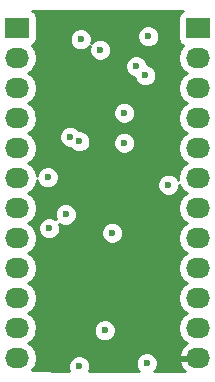
<source format=gbr>
G04 #@! TF.FileFunction,Copper,L3,Inr,Signal*
%FSLAX46Y46*%
G04 Gerber Fmt 4.6, Leading zero omitted, Abs format (unit mm)*
G04 Created by KiCad (PCBNEW 4.0.2-stable) date 8/15/2016 9:27:46 PM*
%MOMM*%
G01*
G04 APERTURE LIST*
%ADD10C,0.100000*%
%ADD11R,2.032000X1.727200*%
%ADD12O,2.032000X1.727200*%
%ADD13C,0.600000*%
%ADD14C,0.254000*%
G04 APERTURE END LIST*
D10*
D11*
X27000000Y-20000000D03*
D12*
X27000000Y-22540000D03*
X27000000Y-25080000D03*
X27000000Y-27620000D03*
X27000000Y-30160000D03*
X27000000Y-32700000D03*
X27000000Y-35240000D03*
X27000000Y-37780000D03*
X27000000Y-40320000D03*
X27000000Y-42860000D03*
X27000000Y-45400000D03*
X27000000Y-47940000D03*
D11*
X42300000Y-20000000D03*
D12*
X42300000Y-22540000D03*
X42300000Y-25080000D03*
X42300000Y-27620000D03*
X42300000Y-30160000D03*
X42300000Y-32700000D03*
X42300000Y-35240000D03*
X42300000Y-37780000D03*
X42300000Y-40320000D03*
X42300000Y-42860000D03*
X42300000Y-45400000D03*
X42300000Y-47940000D03*
D13*
X39808011Y-33274000D03*
X29591000Y-32639000D03*
X29718000Y-36957000D03*
X37084000Y-23241000D03*
X34036000Y-21844000D03*
X32385000Y-20955000D03*
X36066000Y-29718000D03*
X36066000Y-27178000D03*
X32258000Y-48639000D03*
X37970000Y-48387000D03*
X34417000Y-45593000D03*
X29083000Y-35560000D03*
X34417000Y-25731000D03*
X32258000Y-41276080D03*
X38100000Y-20701000D03*
X32258000Y-29591000D03*
X31496000Y-29210000D03*
X31106204Y-35788039D03*
X37846000Y-24003000D03*
X35052000Y-37338000D03*
D14*
G36*
X40832559Y-18672310D02*
X40687569Y-18884510D01*
X40636560Y-19136400D01*
X40636560Y-20863600D01*
X40680838Y-21098917D01*
X40819910Y-21315041D01*
X41032110Y-21460031D01*
X41073439Y-21468400D01*
X41055585Y-21480330D01*
X40730729Y-21966511D01*
X40616655Y-22540000D01*
X40730729Y-23113489D01*
X41055585Y-23599670D01*
X41370366Y-23810000D01*
X41055585Y-24020330D01*
X40730729Y-24506511D01*
X40616655Y-25080000D01*
X40730729Y-25653489D01*
X41055585Y-26139670D01*
X41370366Y-26350000D01*
X41055585Y-26560330D01*
X40730729Y-27046511D01*
X40616655Y-27620000D01*
X40730729Y-28193489D01*
X41055585Y-28679670D01*
X41370366Y-28890000D01*
X41055585Y-29100330D01*
X40730729Y-29586511D01*
X40616655Y-30160000D01*
X40730729Y-30733489D01*
X41055585Y-31219670D01*
X41370366Y-31430000D01*
X41055585Y-31640330D01*
X40730729Y-32126511D01*
X40616655Y-32700000D01*
X40648351Y-32859345D01*
X40601128Y-32745057D01*
X40338338Y-32481808D01*
X39994810Y-32339162D01*
X39622844Y-32338838D01*
X39279068Y-32480883D01*
X39015819Y-32743673D01*
X38873173Y-33087201D01*
X38872849Y-33459167D01*
X39014894Y-33802943D01*
X39277684Y-34066192D01*
X39621212Y-34208838D01*
X39993178Y-34209162D01*
X40336954Y-34067117D01*
X40600203Y-33804327D01*
X40742849Y-33460799D01*
X40742996Y-33291848D01*
X41055585Y-33759670D01*
X41370366Y-33970000D01*
X41055585Y-34180330D01*
X40730729Y-34666511D01*
X40616655Y-35240000D01*
X40730729Y-35813489D01*
X41055585Y-36299670D01*
X41370366Y-36510000D01*
X41055585Y-36720330D01*
X40730729Y-37206511D01*
X40616655Y-37780000D01*
X40730729Y-38353489D01*
X41055585Y-38839670D01*
X41370366Y-39050000D01*
X41055585Y-39260330D01*
X40730729Y-39746511D01*
X40616655Y-40320000D01*
X40730729Y-40893489D01*
X41055585Y-41379670D01*
X41370366Y-41590000D01*
X41055585Y-41800330D01*
X40730729Y-42286511D01*
X40616655Y-42860000D01*
X40730729Y-43433489D01*
X41055585Y-43919670D01*
X41370366Y-44130000D01*
X41055585Y-44340330D01*
X40730729Y-44826511D01*
X40616655Y-45400000D01*
X40730729Y-45973489D01*
X41055585Y-46459670D01*
X41365069Y-46666461D01*
X40949268Y-47037964D01*
X40695291Y-47565209D01*
X40692642Y-47580974D01*
X40813783Y-47813000D01*
X42173000Y-47813000D01*
X42173000Y-47793000D01*
X42427000Y-47793000D01*
X42427000Y-47813000D01*
X42447000Y-47813000D01*
X42447000Y-48067000D01*
X42427000Y-48067000D01*
X42427000Y-48087000D01*
X42173000Y-48087000D01*
X42173000Y-48067000D01*
X40813783Y-48067000D01*
X40692642Y-48299026D01*
X40695291Y-48314791D01*
X40949268Y-48842036D01*
X41208891Y-49074000D01*
X38605245Y-49074000D01*
X38762192Y-48917327D01*
X38904838Y-48573799D01*
X38905162Y-48201833D01*
X38763117Y-47858057D01*
X38500327Y-47594808D01*
X38156799Y-47452162D01*
X37784833Y-47451838D01*
X37441057Y-47593883D01*
X37177808Y-47856673D01*
X37035162Y-48200201D01*
X37034838Y-48572167D01*
X37176883Y-48915943D01*
X37334664Y-49074000D01*
X34802741Y-49074000D01*
X33099207Y-49051286D01*
X33192838Y-48825799D01*
X33193162Y-48453833D01*
X33051117Y-48110057D01*
X32788327Y-47846808D01*
X32444799Y-47704162D01*
X32072833Y-47703838D01*
X31729057Y-47845883D01*
X31465808Y-48108673D01*
X31323162Y-48452201D01*
X31322838Y-48824167D01*
X31407361Y-49028728D01*
X28253100Y-48986671D01*
X28569271Y-48513489D01*
X28683345Y-47940000D01*
X28569271Y-47366511D01*
X28244415Y-46880330D01*
X27929634Y-46670000D01*
X28244415Y-46459670D01*
X28569271Y-45973489D01*
X28608122Y-45778167D01*
X33481838Y-45778167D01*
X33623883Y-46121943D01*
X33886673Y-46385192D01*
X34230201Y-46527838D01*
X34602167Y-46528162D01*
X34945943Y-46386117D01*
X35209192Y-46123327D01*
X35351838Y-45779799D01*
X35352162Y-45407833D01*
X35210117Y-45064057D01*
X34947327Y-44800808D01*
X34603799Y-44658162D01*
X34231833Y-44657838D01*
X33888057Y-44799883D01*
X33624808Y-45062673D01*
X33482162Y-45406201D01*
X33481838Y-45778167D01*
X28608122Y-45778167D01*
X28683345Y-45400000D01*
X28569271Y-44826511D01*
X28244415Y-44340330D01*
X27929634Y-44130000D01*
X28244415Y-43919670D01*
X28569271Y-43433489D01*
X28683345Y-42860000D01*
X28569271Y-42286511D01*
X28244415Y-41800330D01*
X27929634Y-41590000D01*
X28244415Y-41379670D01*
X28569271Y-40893489D01*
X28683345Y-40320000D01*
X28569271Y-39746511D01*
X28244415Y-39260330D01*
X27929634Y-39050000D01*
X28244415Y-38839670D01*
X28569271Y-38353489D01*
X28683345Y-37780000D01*
X28569271Y-37206511D01*
X28526278Y-37142167D01*
X28782838Y-37142167D01*
X28924883Y-37485943D01*
X29187673Y-37749192D01*
X29531201Y-37891838D01*
X29903167Y-37892162D01*
X30246943Y-37750117D01*
X30474289Y-37523167D01*
X34116838Y-37523167D01*
X34258883Y-37866943D01*
X34521673Y-38130192D01*
X34865201Y-38272838D01*
X35237167Y-38273162D01*
X35580943Y-38131117D01*
X35844192Y-37868327D01*
X35986838Y-37524799D01*
X35987162Y-37152833D01*
X35845117Y-36809057D01*
X35582327Y-36545808D01*
X35238799Y-36403162D01*
X34866833Y-36402838D01*
X34523057Y-36544883D01*
X34259808Y-36807673D01*
X34117162Y-37151201D01*
X34116838Y-37523167D01*
X30474289Y-37523167D01*
X30510192Y-37487327D01*
X30652838Y-37143799D01*
X30653162Y-36771833D01*
X30572664Y-36577012D01*
X30575877Y-36580231D01*
X30919405Y-36722877D01*
X31291371Y-36723201D01*
X31635147Y-36581156D01*
X31898396Y-36318366D01*
X32041042Y-35974838D01*
X32041366Y-35602872D01*
X31899321Y-35259096D01*
X31636531Y-34995847D01*
X31293003Y-34853201D01*
X30921037Y-34852877D01*
X30577261Y-34994922D01*
X30314012Y-35257712D01*
X30171366Y-35601240D01*
X30171042Y-35973206D01*
X30251540Y-36168027D01*
X30248327Y-36164808D01*
X29904799Y-36022162D01*
X29532833Y-36021838D01*
X29189057Y-36163883D01*
X28925808Y-36426673D01*
X28783162Y-36770201D01*
X28782838Y-37142167D01*
X28526278Y-37142167D01*
X28244415Y-36720330D01*
X27929634Y-36510000D01*
X28244415Y-36299670D01*
X28569271Y-35813489D01*
X28683345Y-35240000D01*
X28569271Y-34666511D01*
X28244415Y-34180330D01*
X27929634Y-33970000D01*
X28244415Y-33759670D01*
X28569271Y-33273489D01*
X28657734Y-32828756D01*
X28797883Y-33167943D01*
X29060673Y-33431192D01*
X29404201Y-33573838D01*
X29776167Y-33574162D01*
X30119943Y-33432117D01*
X30383192Y-33169327D01*
X30525838Y-32825799D01*
X30526162Y-32453833D01*
X30384117Y-32110057D01*
X30121327Y-31846808D01*
X29777799Y-31704162D01*
X29405833Y-31703838D01*
X29062057Y-31845883D01*
X28798808Y-32108673D01*
X28656162Y-32452201D01*
X28656066Y-32562857D01*
X28569271Y-32126511D01*
X28244415Y-31640330D01*
X27929634Y-31430000D01*
X28244415Y-31219670D01*
X28569271Y-30733489D01*
X28683345Y-30160000D01*
X28569271Y-29586511D01*
X28441419Y-29395167D01*
X30560838Y-29395167D01*
X30702883Y-29738943D01*
X30965673Y-30002192D01*
X31309201Y-30144838D01*
X31489892Y-30144995D01*
X31727673Y-30383192D01*
X32071201Y-30525838D01*
X32443167Y-30526162D01*
X32786943Y-30384117D01*
X33050192Y-30121327D01*
X33140780Y-29903167D01*
X35130838Y-29903167D01*
X35272883Y-30246943D01*
X35535673Y-30510192D01*
X35879201Y-30652838D01*
X36251167Y-30653162D01*
X36594943Y-30511117D01*
X36858192Y-30248327D01*
X37000838Y-29904799D01*
X37001162Y-29532833D01*
X36859117Y-29189057D01*
X36596327Y-28925808D01*
X36252799Y-28783162D01*
X35880833Y-28782838D01*
X35537057Y-28924883D01*
X35273808Y-29187673D01*
X35131162Y-29531201D01*
X35130838Y-29903167D01*
X33140780Y-29903167D01*
X33192838Y-29777799D01*
X33193162Y-29405833D01*
X33051117Y-29062057D01*
X32788327Y-28798808D01*
X32444799Y-28656162D01*
X32264108Y-28656005D01*
X32026327Y-28417808D01*
X31682799Y-28275162D01*
X31310833Y-28274838D01*
X30967057Y-28416883D01*
X30703808Y-28679673D01*
X30561162Y-29023201D01*
X30560838Y-29395167D01*
X28441419Y-29395167D01*
X28244415Y-29100330D01*
X27929634Y-28890000D01*
X28244415Y-28679670D01*
X28569271Y-28193489D01*
X28683345Y-27620000D01*
X28632258Y-27363167D01*
X35130838Y-27363167D01*
X35272883Y-27706943D01*
X35535673Y-27970192D01*
X35879201Y-28112838D01*
X36251167Y-28113162D01*
X36594943Y-27971117D01*
X36858192Y-27708327D01*
X37000838Y-27364799D01*
X37001162Y-26992833D01*
X36859117Y-26649057D01*
X36596327Y-26385808D01*
X36252799Y-26243162D01*
X35880833Y-26242838D01*
X35537057Y-26384883D01*
X35273808Y-26647673D01*
X35131162Y-26991201D01*
X35130838Y-27363167D01*
X28632258Y-27363167D01*
X28569271Y-27046511D01*
X28244415Y-26560330D01*
X27929634Y-26350000D01*
X28244415Y-26139670D01*
X28569271Y-25653489D01*
X28683345Y-25080000D01*
X28569271Y-24506511D01*
X28244415Y-24020330D01*
X27929634Y-23810000D01*
X28244415Y-23599670D01*
X28360346Y-23426167D01*
X36148838Y-23426167D01*
X36290883Y-23769943D01*
X36553673Y-24033192D01*
X36897201Y-24175838D01*
X36910849Y-24175850D01*
X36910838Y-24188167D01*
X37052883Y-24531943D01*
X37315673Y-24795192D01*
X37659201Y-24937838D01*
X38031167Y-24938162D01*
X38374943Y-24796117D01*
X38638192Y-24533327D01*
X38780838Y-24189799D01*
X38781162Y-23817833D01*
X38639117Y-23474057D01*
X38376327Y-23210808D01*
X38032799Y-23068162D01*
X38019151Y-23068150D01*
X38019162Y-23055833D01*
X37877117Y-22712057D01*
X37614327Y-22448808D01*
X37270799Y-22306162D01*
X36898833Y-22305838D01*
X36555057Y-22447883D01*
X36291808Y-22710673D01*
X36149162Y-23054201D01*
X36148838Y-23426167D01*
X28360346Y-23426167D01*
X28569271Y-23113489D01*
X28683345Y-22540000D01*
X28569271Y-21966511D01*
X28244415Y-21480330D01*
X28230087Y-21470757D01*
X28251317Y-21466762D01*
X28467441Y-21327690D01*
X28595569Y-21140167D01*
X31449838Y-21140167D01*
X31591883Y-21483943D01*
X31854673Y-21747192D01*
X32198201Y-21889838D01*
X32570167Y-21890162D01*
X32913943Y-21748117D01*
X33169231Y-21493275D01*
X33101162Y-21657201D01*
X33100838Y-22029167D01*
X33242883Y-22372943D01*
X33505673Y-22636192D01*
X33849201Y-22778838D01*
X34221167Y-22779162D01*
X34564943Y-22637117D01*
X34828192Y-22374327D01*
X34970838Y-22030799D01*
X34971162Y-21658833D01*
X34829117Y-21315057D01*
X34566327Y-21051808D01*
X34222799Y-20909162D01*
X33850833Y-20908838D01*
X33507057Y-21050883D01*
X33251769Y-21305725D01*
X33319838Y-21141799D01*
X33320060Y-20886167D01*
X37164838Y-20886167D01*
X37306883Y-21229943D01*
X37569673Y-21493192D01*
X37913201Y-21635838D01*
X38285167Y-21636162D01*
X38628943Y-21494117D01*
X38892192Y-21231327D01*
X39034838Y-20887799D01*
X39035162Y-20515833D01*
X38893117Y-20172057D01*
X38630327Y-19908808D01*
X38286799Y-19766162D01*
X37914833Y-19765838D01*
X37571057Y-19907883D01*
X37307808Y-20170673D01*
X37165162Y-20514201D01*
X37164838Y-20886167D01*
X33320060Y-20886167D01*
X33320162Y-20769833D01*
X33178117Y-20426057D01*
X32915327Y-20162808D01*
X32571799Y-20020162D01*
X32199833Y-20019838D01*
X31856057Y-20161883D01*
X31592808Y-20424673D01*
X31450162Y-20768201D01*
X31449838Y-21140167D01*
X28595569Y-21140167D01*
X28612431Y-21115490D01*
X28663440Y-20863600D01*
X28663440Y-19136400D01*
X28619162Y-18901083D01*
X28480090Y-18684959D01*
X28270862Y-18542000D01*
X41035066Y-18542000D01*
X40832559Y-18672310D01*
X40832559Y-18672310D01*
G37*
X40832559Y-18672310D02*
X40687569Y-18884510D01*
X40636560Y-19136400D01*
X40636560Y-20863600D01*
X40680838Y-21098917D01*
X40819910Y-21315041D01*
X41032110Y-21460031D01*
X41073439Y-21468400D01*
X41055585Y-21480330D01*
X40730729Y-21966511D01*
X40616655Y-22540000D01*
X40730729Y-23113489D01*
X41055585Y-23599670D01*
X41370366Y-23810000D01*
X41055585Y-24020330D01*
X40730729Y-24506511D01*
X40616655Y-25080000D01*
X40730729Y-25653489D01*
X41055585Y-26139670D01*
X41370366Y-26350000D01*
X41055585Y-26560330D01*
X40730729Y-27046511D01*
X40616655Y-27620000D01*
X40730729Y-28193489D01*
X41055585Y-28679670D01*
X41370366Y-28890000D01*
X41055585Y-29100330D01*
X40730729Y-29586511D01*
X40616655Y-30160000D01*
X40730729Y-30733489D01*
X41055585Y-31219670D01*
X41370366Y-31430000D01*
X41055585Y-31640330D01*
X40730729Y-32126511D01*
X40616655Y-32700000D01*
X40648351Y-32859345D01*
X40601128Y-32745057D01*
X40338338Y-32481808D01*
X39994810Y-32339162D01*
X39622844Y-32338838D01*
X39279068Y-32480883D01*
X39015819Y-32743673D01*
X38873173Y-33087201D01*
X38872849Y-33459167D01*
X39014894Y-33802943D01*
X39277684Y-34066192D01*
X39621212Y-34208838D01*
X39993178Y-34209162D01*
X40336954Y-34067117D01*
X40600203Y-33804327D01*
X40742849Y-33460799D01*
X40742996Y-33291848D01*
X41055585Y-33759670D01*
X41370366Y-33970000D01*
X41055585Y-34180330D01*
X40730729Y-34666511D01*
X40616655Y-35240000D01*
X40730729Y-35813489D01*
X41055585Y-36299670D01*
X41370366Y-36510000D01*
X41055585Y-36720330D01*
X40730729Y-37206511D01*
X40616655Y-37780000D01*
X40730729Y-38353489D01*
X41055585Y-38839670D01*
X41370366Y-39050000D01*
X41055585Y-39260330D01*
X40730729Y-39746511D01*
X40616655Y-40320000D01*
X40730729Y-40893489D01*
X41055585Y-41379670D01*
X41370366Y-41590000D01*
X41055585Y-41800330D01*
X40730729Y-42286511D01*
X40616655Y-42860000D01*
X40730729Y-43433489D01*
X41055585Y-43919670D01*
X41370366Y-44130000D01*
X41055585Y-44340330D01*
X40730729Y-44826511D01*
X40616655Y-45400000D01*
X40730729Y-45973489D01*
X41055585Y-46459670D01*
X41365069Y-46666461D01*
X40949268Y-47037964D01*
X40695291Y-47565209D01*
X40692642Y-47580974D01*
X40813783Y-47813000D01*
X42173000Y-47813000D01*
X42173000Y-47793000D01*
X42427000Y-47793000D01*
X42427000Y-47813000D01*
X42447000Y-47813000D01*
X42447000Y-48067000D01*
X42427000Y-48067000D01*
X42427000Y-48087000D01*
X42173000Y-48087000D01*
X42173000Y-48067000D01*
X40813783Y-48067000D01*
X40692642Y-48299026D01*
X40695291Y-48314791D01*
X40949268Y-48842036D01*
X41208891Y-49074000D01*
X38605245Y-49074000D01*
X38762192Y-48917327D01*
X38904838Y-48573799D01*
X38905162Y-48201833D01*
X38763117Y-47858057D01*
X38500327Y-47594808D01*
X38156799Y-47452162D01*
X37784833Y-47451838D01*
X37441057Y-47593883D01*
X37177808Y-47856673D01*
X37035162Y-48200201D01*
X37034838Y-48572167D01*
X37176883Y-48915943D01*
X37334664Y-49074000D01*
X34802741Y-49074000D01*
X33099207Y-49051286D01*
X33192838Y-48825799D01*
X33193162Y-48453833D01*
X33051117Y-48110057D01*
X32788327Y-47846808D01*
X32444799Y-47704162D01*
X32072833Y-47703838D01*
X31729057Y-47845883D01*
X31465808Y-48108673D01*
X31323162Y-48452201D01*
X31322838Y-48824167D01*
X31407361Y-49028728D01*
X28253100Y-48986671D01*
X28569271Y-48513489D01*
X28683345Y-47940000D01*
X28569271Y-47366511D01*
X28244415Y-46880330D01*
X27929634Y-46670000D01*
X28244415Y-46459670D01*
X28569271Y-45973489D01*
X28608122Y-45778167D01*
X33481838Y-45778167D01*
X33623883Y-46121943D01*
X33886673Y-46385192D01*
X34230201Y-46527838D01*
X34602167Y-46528162D01*
X34945943Y-46386117D01*
X35209192Y-46123327D01*
X35351838Y-45779799D01*
X35352162Y-45407833D01*
X35210117Y-45064057D01*
X34947327Y-44800808D01*
X34603799Y-44658162D01*
X34231833Y-44657838D01*
X33888057Y-44799883D01*
X33624808Y-45062673D01*
X33482162Y-45406201D01*
X33481838Y-45778167D01*
X28608122Y-45778167D01*
X28683345Y-45400000D01*
X28569271Y-44826511D01*
X28244415Y-44340330D01*
X27929634Y-44130000D01*
X28244415Y-43919670D01*
X28569271Y-43433489D01*
X28683345Y-42860000D01*
X28569271Y-42286511D01*
X28244415Y-41800330D01*
X27929634Y-41590000D01*
X28244415Y-41379670D01*
X28569271Y-40893489D01*
X28683345Y-40320000D01*
X28569271Y-39746511D01*
X28244415Y-39260330D01*
X27929634Y-39050000D01*
X28244415Y-38839670D01*
X28569271Y-38353489D01*
X28683345Y-37780000D01*
X28569271Y-37206511D01*
X28526278Y-37142167D01*
X28782838Y-37142167D01*
X28924883Y-37485943D01*
X29187673Y-37749192D01*
X29531201Y-37891838D01*
X29903167Y-37892162D01*
X30246943Y-37750117D01*
X30474289Y-37523167D01*
X34116838Y-37523167D01*
X34258883Y-37866943D01*
X34521673Y-38130192D01*
X34865201Y-38272838D01*
X35237167Y-38273162D01*
X35580943Y-38131117D01*
X35844192Y-37868327D01*
X35986838Y-37524799D01*
X35987162Y-37152833D01*
X35845117Y-36809057D01*
X35582327Y-36545808D01*
X35238799Y-36403162D01*
X34866833Y-36402838D01*
X34523057Y-36544883D01*
X34259808Y-36807673D01*
X34117162Y-37151201D01*
X34116838Y-37523167D01*
X30474289Y-37523167D01*
X30510192Y-37487327D01*
X30652838Y-37143799D01*
X30653162Y-36771833D01*
X30572664Y-36577012D01*
X30575877Y-36580231D01*
X30919405Y-36722877D01*
X31291371Y-36723201D01*
X31635147Y-36581156D01*
X31898396Y-36318366D01*
X32041042Y-35974838D01*
X32041366Y-35602872D01*
X31899321Y-35259096D01*
X31636531Y-34995847D01*
X31293003Y-34853201D01*
X30921037Y-34852877D01*
X30577261Y-34994922D01*
X30314012Y-35257712D01*
X30171366Y-35601240D01*
X30171042Y-35973206D01*
X30251540Y-36168027D01*
X30248327Y-36164808D01*
X29904799Y-36022162D01*
X29532833Y-36021838D01*
X29189057Y-36163883D01*
X28925808Y-36426673D01*
X28783162Y-36770201D01*
X28782838Y-37142167D01*
X28526278Y-37142167D01*
X28244415Y-36720330D01*
X27929634Y-36510000D01*
X28244415Y-36299670D01*
X28569271Y-35813489D01*
X28683345Y-35240000D01*
X28569271Y-34666511D01*
X28244415Y-34180330D01*
X27929634Y-33970000D01*
X28244415Y-33759670D01*
X28569271Y-33273489D01*
X28657734Y-32828756D01*
X28797883Y-33167943D01*
X29060673Y-33431192D01*
X29404201Y-33573838D01*
X29776167Y-33574162D01*
X30119943Y-33432117D01*
X30383192Y-33169327D01*
X30525838Y-32825799D01*
X30526162Y-32453833D01*
X30384117Y-32110057D01*
X30121327Y-31846808D01*
X29777799Y-31704162D01*
X29405833Y-31703838D01*
X29062057Y-31845883D01*
X28798808Y-32108673D01*
X28656162Y-32452201D01*
X28656066Y-32562857D01*
X28569271Y-32126511D01*
X28244415Y-31640330D01*
X27929634Y-31430000D01*
X28244415Y-31219670D01*
X28569271Y-30733489D01*
X28683345Y-30160000D01*
X28569271Y-29586511D01*
X28441419Y-29395167D01*
X30560838Y-29395167D01*
X30702883Y-29738943D01*
X30965673Y-30002192D01*
X31309201Y-30144838D01*
X31489892Y-30144995D01*
X31727673Y-30383192D01*
X32071201Y-30525838D01*
X32443167Y-30526162D01*
X32786943Y-30384117D01*
X33050192Y-30121327D01*
X33140780Y-29903167D01*
X35130838Y-29903167D01*
X35272883Y-30246943D01*
X35535673Y-30510192D01*
X35879201Y-30652838D01*
X36251167Y-30653162D01*
X36594943Y-30511117D01*
X36858192Y-30248327D01*
X37000838Y-29904799D01*
X37001162Y-29532833D01*
X36859117Y-29189057D01*
X36596327Y-28925808D01*
X36252799Y-28783162D01*
X35880833Y-28782838D01*
X35537057Y-28924883D01*
X35273808Y-29187673D01*
X35131162Y-29531201D01*
X35130838Y-29903167D01*
X33140780Y-29903167D01*
X33192838Y-29777799D01*
X33193162Y-29405833D01*
X33051117Y-29062057D01*
X32788327Y-28798808D01*
X32444799Y-28656162D01*
X32264108Y-28656005D01*
X32026327Y-28417808D01*
X31682799Y-28275162D01*
X31310833Y-28274838D01*
X30967057Y-28416883D01*
X30703808Y-28679673D01*
X30561162Y-29023201D01*
X30560838Y-29395167D01*
X28441419Y-29395167D01*
X28244415Y-29100330D01*
X27929634Y-28890000D01*
X28244415Y-28679670D01*
X28569271Y-28193489D01*
X28683345Y-27620000D01*
X28632258Y-27363167D01*
X35130838Y-27363167D01*
X35272883Y-27706943D01*
X35535673Y-27970192D01*
X35879201Y-28112838D01*
X36251167Y-28113162D01*
X36594943Y-27971117D01*
X36858192Y-27708327D01*
X37000838Y-27364799D01*
X37001162Y-26992833D01*
X36859117Y-26649057D01*
X36596327Y-26385808D01*
X36252799Y-26243162D01*
X35880833Y-26242838D01*
X35537057Y-26384883D01*
X35273808Y-26647673D01*
X35131162Y-26991201D01*
X35130838Y-27363167D01*
X28632258Y-27363167D01*
X28569271Y-27046511D01*
X28244415Y-26560330D01*
X27929634Y-26350000D01*
X28244415Y-26139670D01*
X28569271Y-25653489D01*
X28683345Y-25080000D01*
X28569271Y-24506511D01*
X28244415Y-24020330D01*
X27929634Y-23810000D01*
X28244415Y-23599670D01*
X28360346Y-23426167D01*
X36148838Y-23426167D01*
X36290883Y-23769943D01*
X36553673Y-24033192D01*
X36897201Y-24175838D01*
X36910849Y-24175850D01*
X36910838Y-24188167D01*
X37052883Y-24531943D01*
X37315673Y-24795192D01*
X37659201Y-24937838D01*
X38031167Y-24938162D01*
X38374943Y-24796117D01*
X38638192Y-24533327D01*
X38780838Y-24189799D01*
X38781162Y-23817833D01*
X38639117Y-23474057D01*
X38376327Y-23210808D01*
X38032799Y-23068162D01*
X38019151Y-23068150D01*
X38019162Y-23055833D01*
X37877117Y-22712057D01*
X37614327Y-22448808D01*
X37270799Y-22306162D01*
X36898833Y-22305838D01*
X36555057Y-22447883D01*
X36291808Y-22710673D01*
X36149162Y-23054201D01*
X36148838Y-23426167D01*
X28360346Y-23426167D01*
X28569271Y-23113489D01*
X28683345Y-22540000D01*
X28569271Y-21966511D01*
X28244415Y-21480330D01*
X28230087Y-21470757D01*
X28251317Y-21466762D01*
X28467441Y-21327690D01*
X28595569Y-21140167D01*
X31449838Y-21140167D01*
X31591883Y-21483943D01*
X31854673Y-21747192D01*
X32198201Y-21889838D01*
X32570167Y-21890162D01*
X32913943Y-21748117D01*
X33169231Y-21493275D01*
X33101162Y-21657201D01*
X33100838Y-22029167D01*
X33242883Y-22372943D01*
X33505673Y-22636192D01*
X33849201Y-22778838D01*
X34221167Y-22779162D01*
X34564943Y-22637117D01*
X34828192Y-22374327D01*
X34970838Y-22030799D01*
X34971162Y-21658833D01*
X34829117Y-21315057D01*
X34566327Y-21051808D01*
X34222799Y-20909162D01*
X33850833Y-20908838D01*
X33507057Y-21050883D01*
X33251769Y-21305725D01*
X33319838Y-21141799D01*
X33320060Y-20886167D01*
X37164838Y-20886167D01*
X37306883Y-21229943D01*
X37569673Y-21493192D01*
X37913201Y-21635838D01*
X38285167Y-21636162D01*
X38628943Y-21494117D01*
X38892192Y-21231327D01*
X39034838Y-20887799D01*
X39035162Y-20515833D01*
X38893117Y-20172057D01*
X38630327Y-19908808D01*
X38286799Y-19766162D01*
X37914833Y-19765838D01*
X37571057Y-19907883D01*
X37307808Y-20170673D01*
X37165162Y-20514201D01*
X37164838Y-20886167D01*
X33320060Y-20886167D01*
X33320162Y-20769833D01*
X33178117Y-20426057D01*
X32915327Y-20162808D01*
X32571799Y-20020162D01*
X32199833Y-20019838D01*
X31856057Y-20161883D01*
X31592808Y-20424673D01*
X31450162Y-20768201D01*
X31449838Y-21140167D01*
X28595569Y-21140167D01*
X28612431Y-21115490D01*
X28663440Y-20863600D01*
X28663440Y-19136400D01*
X28619162Y-18901083D01*
X28480090Y-18684959D01*
X28270862Y-18542000D01*
X41035066Y-18542000D01*
X40832559Y-18672310D01*
M02*

</source>
